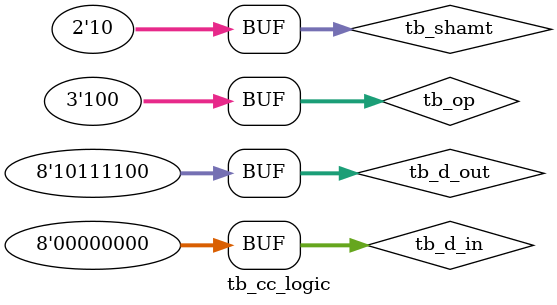
<source format=v>
`timescale 1ns/100ps

module tb_cc_logic;			//testbench of cc_logic
	reg [7:0] tb_d_in;
	reg [7:0] tb_d_out;
	reg [1:0] tb_shamt;
	reg [2:0] tb_op;
	
	wire [7:0] tb_d_next;
	
	cc_logic U0_cc_logic(tb_d_next, tb_op, tb_shamt, tb_d_in, tb_d_out);
	
	initial begin
		tb_d_in = 8'b0000_0000; tb_d_out = 8'b1011_1100; tb_shamt = 2'b10; tb_op = 3'b000; #10;		//return 1011_1100(NOP)
		
		tb_op = 3'b001; #10;																									//return 0000_0000(LOAD)
		
		tb_op = 3'b010; #10;																									//return 1111_0000(LSL)
		
		tb_op = 3'b011; #10;																									//return 0010_1111(LSR)
		
		tb_op = 3'b100; #10;																									//return 1110_1111(ASR)
	end
endmodule

</source>
